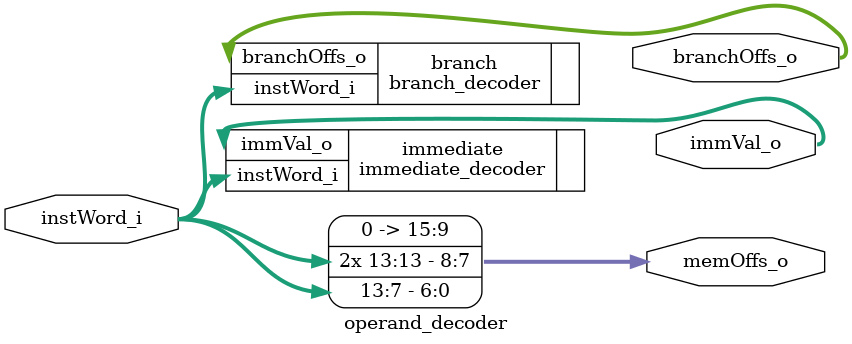
<source format=sv>




module operand_decoder
#(
	parameter WORD = 16
 )
(
	input wire[WORD-1:0] instWord_i,
	output reg[WORD-1:0] branchOffs_o, immVal_o, memOffs_o
);

branch_decoder branch (
	.instWord_i  (instWord_i),
	.branchOffs_o(branchOffs_o)
);

immediate_decoder immediate (
	.instWord_i(instWord_i),
	.immVal_o  (immVal_o)
);

localparam MEM_H = 13;
localparam MEM_L = 7;
localparam MEM_SXT = WORD-1 - MEM_H;

assign memOffs_o = {{MEM_SXT{instWord_i[MEM_H]}}, instWord_i[MEM_H:MEM_L]};

endmodule
</source>
